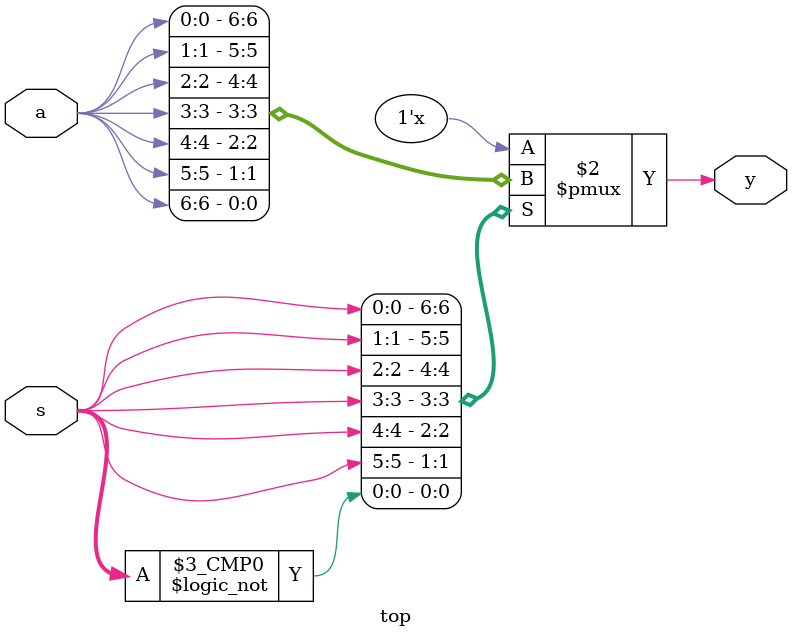
<source format=sv>
module top (input [5:0] s, input [6:0] a, output reg y);
  always @* begin
    (* parallel_case *)
    casez (s)
      6'b?????1: y = a[0];
      6'b????1?: y = a[1];
      6'b???1??: y = a[2];
      6'b??1???: y = a[3];
      6'b?1????: y = a[4];
      6'b1?????: y = a[5];
      6'b000000: y = a[6];
    endcase
  end
endmodule

</source>
